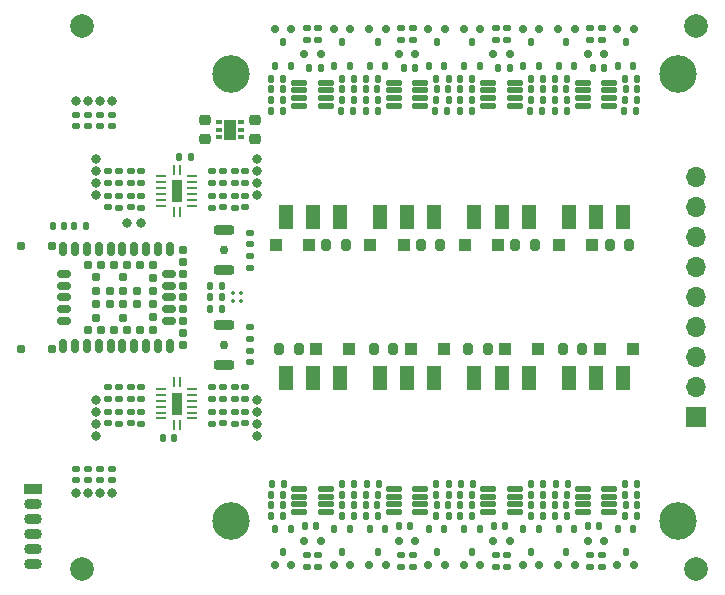
<source format=gts>
G04 #@! TF.GenerationSoftware,KiCad,Pcbnew,8.0.8*
G04 #@! TF.CreationDate,2025-03-06T21:47:20+01:00*
G04 #@! TF.ProjectId,8-Cell Balancer,382d4365-6c6c-4204-9261-6c616e636572,rev?*
G04 #@! TF.SameCoordinates,Original*
G04 #@! TF.FileFunction,Soldermask,Top*
G04 #@! TF.FilePolarity,Negative*
%FSLAX46Y46*%
G04 Gerber Fmt 4.6, Leading zero omitted, Abs format (unit mm)*
G04 Created by KiCad (PCBNEW 8.0.8) date 2025-03-06 21:47:20*
%MOMM*%
%LPD*%
G01*
G04 APERTURE LIST*
G04 Aperture macros list*
%AMRoundRect*
0 Rectangle with rounded corners*
0 $1 Rounding radius*
0 $2 $3 $4 $5 $6 $7 $8 $9 X,Y pos of 4 corners*
0 Add a 4 corners polygon primitive as box body*
4,1,4,$2,$3,$4,$5,$6,$7,$8,$9,$2,$3,0*
0 Add four circle primitives for the rounded corners*
1,1,$1+$1,$2,$3*
1,1,$1+$1,$4,$5*
1,1,$1+$1,$6,$7*
1,1,$1+$1,$8,$9*
0 Add four rect primitives between the rounded corners*
20,1,$1+$1,$2,$3,$4,$5,0*
20,1,$1+$1,$4,$5,$6,$7,0*
20,1,$1+$1,$6,$7,$8,$9,0*
20,1,$1+$1,$8,$9,$2,$3,0*%
G04 Aperture macros list end*
%ADD10C,2.000000*%
%ADD11RoundRect,0.060000X-0.060000X-0.390000X0.060000X-0.390000X0.060000X0.390000X-0.060000X0.390000X0*%
%ADD12RoundRect,0.060000X-0.390000X0.060000X-0.390000X-0.060000X0.390000X-0.060000X0.390000X0.060000X0*%
%ADD13RoundRect,0.060000X0.060000X0.390000X-0.060000X0.390000X-0.060000X-0.390000X0.060000X-0.390000X0*%
%ADD14RoundRect,0.060000X0.390000X-0.060000X0.390000X0.060000X-0.390000X0.060000X-0.390000X-0.060000X0*%
%ADD15R,0.900000X1.900000*%
%ADD16R,1.700000X1.700000*%
%ADD17O,1.700000X1.700000*%
%ADD18RoundRect,0.080000X-0.080000X-0.080000X0.080000X-0.080000X0.080000X0.080000X-0.080000X0.080000X0*%
%ADD19RoundRect,0.140000X-0.140000X-0.170000X0.140000X-0.170000X0.140000X0.170000X-0.140000X0.170000X0*%
%ADD20RoundRect,0.150000X0.150000X0.200000X-0.150000X0.200000X-0.150000X-0.200000X0.150000X-0.200000X0*%
%ADD21RoundRect,0.135000X-0.185000X0.135000X-0.185000X-0.135000X0.185000X-0.135000X0.185000X0.135000X0*%
%ADD22RoundRect,0.150000X-0.150000X-0.200000X0.150000X-0.200000X0.150000X0.200000X-0.150000X0.200000X0*%
%ADD23RoundRect,0.112500X-0.112500X-0.237500X0.112500X-0.237500X0.112500X0.237500X-0.112500X0.237500X0*%
%ADD24RoundRect,0.135000X0.185000X-0.135000X0.185000X0.135000X-0.185000X0.135000X-0.185000X-0.135000X0*%
%ADD25RoundRect,0.200000X0.200000X0.275000X-0.200000X0.275000X-0.200000X-0.275000X0.200000X-0.275000X0*%
%ADD26RoundRect,0.112500X0.112500X0.237500X-0.112500X0.237500X-0.112500X-0.237500X0.112500X-0.237500X0*%
%ADD27RoundRect,0.140000X-0.170000X0.140000X-0.170000X-0.140000X0.170000X-0.140000X0.170000X0.140000X0*%
%ADD28RoundRect,0.135000X-0.135000X-0.185000X0.135000X-0.185000X0.135000X0.185000X-0.135000X0.185000X0*%
%ADD29RoundRect,0.140000X0.170000X-0.140000X0.170000X0.140000X-0.170000X0.140000X-0.170000X-0.140000X0*%
%ADD30C,0.800000*%
%ADD31RoundRect,0.250000X-0.300000X-0.300000X0.300000X-0.300000X0.300000X0.300000X-0.300000X0.300000X0*%
%ADD32RoundRect,0.135000X0.135000X0.185000X-0.135000X0.185000X-0.135000X-0.185000X0.135000X-0.185000X0*%
%ADD33C,0.750000*%
%ADD34RoundRect,0.200000X0.650000X-0.200000X0.650000X0.200000X-0.650000X0.200000X-0.650000X-0.200000X0*%
%ADD35RoundRect,0.200000X-0.650000X0.200000X-0.650000X-0.200000X0.650000X-0.200000X0.650000X0.200000X0*%
%ADD36RoundRect,0.140000X0.140000X0.170000X-0.140000X0.170000X-0.140000X-0.170000X0.140000X-0.170000X0*%
%ADD37RoundRect,0.200000X-0.200000X-0.275000X0.200000X-0.275000X0.200000X0.275000X-0.200000X0.275000X0*%
%ADD38RoundRect,0.125000X0.537500X0.125000X-0.537500X0.125000X-0.537500X-0.125000X0.537500X-0.125000X0*%
%ADD39R,1.500000X0.910000*%
%ADD40O,1.500000X0.910000*%
%ADD41C,3.180000*%
%ADD42RoundRect,0.250000X0.300000X0.300000X-0.300000X0.300000X-0.300000X-0.300000X0.300000X-0.300000X0*%
%ADD43R,1.200000X2.000000*%
%ADD44RoundRect,0.125000X-0.537500X-0.125000X0.537500X-0.125000X0.537500X0.125000X-0.537500X0.125000X0*%
%ADD45RoundRect,0.225000X-0.250000X0.225000X-0.250000X-0.225000X0.250000X-0.225000X0.250000X0.225000X0*%
%ADD46R,0.525000X0.350000*%
%ADD47R,1.010000X1.700000*%
%ADD48RoundRect,0.175000X-0.175000X0.400000X-0.175000X-0.400000X0.175000X-0.400000X0.175000X0.400000X0*%
%ADD49RoundRect,0.175000X-0.400000X-0.175000X0.400000X-0.175000X0.400000X0.175000X-0.400000X0.175000X0*%
%ADD50RoundRect,0.175000X-0.175000X0.175000X-0.175000X-0.175000X0.175000X-0.175000X0.175000X0.175000X0*%
G04 APERTURE END LIST*
D10*
X-24000000Y-23000000D03*
X28000000Y-23000000D03*
X28000000Y23000000D03*
X-24000000Y23000000D03*
D11*
X-16250000Y10800000D03*
D12*
X-17300000Y10250000D03*
X-17300000Y9750000D03*
X-17300000Y9250000D03*
X-17300000Y8750000D03*
X-17300000Y8250000D03*
X-17300000Y7750000D03*
D13*
X-16250000Y7200000D03*
X-15750000Y7200000D03*
D14*
X-14700000Y7750000D03*
X-14700000Y8250000D03*
X-14700000Y8750000D03*
X-14700000Y9250000D03*
X-14700000Y9750000D03*
X-14700000Y10250000D03*
D11*
X-15750000Y10800000D03*
D15*
X-16000000Y9000000D03*
D13*
X-15750000Y-10800000D03*
D14*
X-14700000Y-10250000D03*
X-14700000Y-9750000D03*
X-14700000Y-9250000D03*
X-14700000Y-8750000D03*
X-14700000Y-8250000D03*
X-14700000Y-7750000D03*
D11*
X-15750000Y-7200000D03*
X-16250000Y-7200000D03*
D12*
X-17300000Y-7750000D03*
X-17300000Y-8250000D03*
X-17300000Y-8750000D03*
X-17300000Y-9250000D03*
X-17300000Y-9750000D03*
X-17300000Y-10250000D03*
D13*
X-16250000Y-10800000D03*
D15*
X-16000000Y-9000000D03*
D16*
X28000000Y-10160000D03*
D17*
X28000000Y-7620000D03*
X28000000Y-5080000D03*
X28000000Y-2540000D03*
X28000000Y0D03*
X28000000Y2540000D03*
X28000000Y5080000D03*
X28000000Y7620000D03*
X28000000Y10160000D03*
D18*
X-11230000Y330000D03*
X-11230000Y-330000D03*
X-10570000Y-330000D03*
X-10570000Y330000D03*
D19*
X16020000Y-17600000D03*
X16980000Y-17600000D03*
D20*
X16300000Y-22700000D03*
X17700000Y-22700000D03*
D19*
X18820000Y-19400000D03*
X19780000Y-19400000D03*
D21*
X-11100000Y10710000D03*
X-11100000Y9690000D03*
D22*
X17700000Y22700000D03*
X16300000Y22700000D03*
D23*
X-2650000Y19600000D03*
X-1350000Y19600000D03*
X-2000000Y21600000D03*
D24*
X-13000000Y-8610000D03*
X-13000000Y-7590000D03*
D25*
X22325000Y4400000D03*
X20675000Y4400000D03*
D24*
X-13000000Y-10710000D03*
X-13000000Y-9690000D03*
D26*
X14649999Y-19600000D03*
X13349999Y-19600000D03*
X13999999Y-21600000D03*
D27*
X-9800000Y-4520000D03*
X-9800000Y-5480000D03*
D28*
X7990000Y18500000D03*
X9010000Y18500000D03*
D24*
X11000000Y-22810000D03*
X11000000Y-21790000D03*
D25*
X6325000Y4400000D03*
X4675000Y4400000D03*
D21*
X20000000Y22810000D03*
X20000000Y21790000D03*
D29*
X-23500000Y14520000D03*
X-23500000Y15480000D03*
D30*
X-9200000Y10700000D03*
D20*
X18800000Y20600000D03*
X20200000Y20600000D03*
D24*
X-11100000Y-8610000D03*
X-11100000Y-7590000D03*
D21*
X19999999Y-21790000D03*
X19999999Y-22810000D03*
D30*
X-19000000Y6300000D03*
D29*
X-19900000Y-8580000D03*
X-19900000Y-7620000D03*
D19*
X8020000Y-17600000D03*
X8980000Y-17600000D03*
D26*
X-6350000Y-19600000D03*
X-7650000Y-19600000D03*
X-7000000Y-21600000D03*
D21*
X-19000000Y10710000D03*
X-19000000Y9690000D03*
D31*
X19800000Y-4400000D03*
X22600000Y-4400000D03*
D20*
X-2700001Y-22700000D03*
X-1300001Y-22700000D03*
D22*
X6700000Y22700000D03*
X5300000Y22700000D03*
D32*
X-6990000Y16700000D03*
X-8010000Y16700000D03*
D21*
X-4000001Y-21790000D03*
X-4000001Y-22810000D03*
D26*
X17650000Y-19600000D03*
X16350000Y-19600000D03*
X17000000Y-21600000D03*
D29*
X-21500000Y14520000D03*
X-21500000Y15480000D03*
D32*
X14910000Y15800000D03*
X13890000Y15800000D03*
X23009999Y-18500000D03*
X21989999Y-18500000D03*
D33*
X-12000000Y-4000000D03*
D34*
X-12000000Y-5700000D03*
D35*
X-12000000Y-2300000D03*
D36*
X-1020000Y17600000D03*
X-1980000Y17600000D03*
D27*
X-12100000Y10680000D03*
X-12100000Y9720000D03*
D30*
X-22800000Y8700000D03*
X-22800000Y-11700000D03*
D19*
X16020000Y17600000D03*
X16980000Y17600000D03*
D21*
X4000000Y22810000D03*
X4000000Y21790000D03*
D37*
X8675001Y-4400000D03*
X10325001Y-4400000D03*
D32*
X15009999Y-15800000D03*
X13989999Y-15800000D03*
D27*
X-22500000Y-14520000D03*
X-22500000Y-15480000D03*
D29*
X-9800000Y4520000D03*
X-9800000Y5480000D03*
D37*
X-7324999Y-4400000D03*
X-5674999Y-4400000D03*
D20*
X-5200000Y20600000D03*
X-3800000Y20600000D03*
D22*
X12200000Y-20600000D03*
X10800000Y-20600000D03*
D29*
X-10200000Y-10680000D03*
X-10200000Y-9720000D03*
D36*
X6979999Y-17600000D03*
X6019999Y-17600000D03*
D38*
X20637500Y-18175000D03*
X20637500Y-17525000D03*
X20637500Y-16875000D03*
X20637500Y-16225000D03*
X18362500Y-16225000D03*
X18362500Y-16875000D03*
X18362500Y-17525000D03*
X18362500Y-18175000D03*
D27*
X-12100000Y8580000D03*
X-12100000Y7620000D03*
D36*
X-1020001Y-17600000D03*
X-1980001Y-17600000D03*
D20*
X5299999Y-22700000D03*
X6699999Y-22700000D03*
D38*
X4637500Y-18175000D03*
X4637500Y-17525000D03*
X4637500Y-16875000D03*
X4637500Y-16225000D03*
X2362500Y-16225000D03*
X2362500Y-16875000D03*
X2362500Y-17525000D03*
X2362500Y-18175000D03*
D30*
X-22800000Y9700000D03*
D22*
X-3800000Y-20600000D03*
X-5200000Y-20600000D03*
D27*
X-21500000Y-14520000D03*
X-21500000Y-15480000D03*
D28*
X-8010000Y-18500000D03*
X-6990000Y-18500000D03*
D20*
X13299999Y-22700000D03*
X14699999Y-22700000D03*
D22*
X9700000Y22700000D03*
X8300000Y22700000D03*
D39*
X-28200000Y-16225000D03*
D40*
X-28200000Y-17495000D03*
X-28200000Y-18765000D03*
X-28200000Y-20035000D03*
X-28200000Y-21305000D03*
X-28200000Y-22575000D03*
D32*
X-990001Y-15800000D03*
X-2010001Y-15800000D03*
D30*
X-9200000Y8700000D03*
D22*
X4200000Y-20600000D03*
X2800000Y-20600000D03*
D32*
X-990000Y16700000D03*
X-2010000Y16700000D03*
D19*
X-7980000Y-17600000D03*
X-7020000Y-17600000D03*
D24*
X11000000Y21790000D03*
X11000000Y22810000D03*
D28*
X-8010000Y15800000D03*
X-6990000Y15800000D03*
D32*
X7010000Y18500000D03*
X5990000Y18500000D03*
D19*
X10820000Y-19400000D03*
X11780000Y-19400000D03*
D28*
X-10000Y-16700000D03*
X1010000Y-16700000D03*
D21*
X11999999Y-21790000D03*
X11999999Y-22810000D03*
D24*
X-5000000Y-22810000D03*
X-5000000Y-21790000D03*
D27*
X-10200000Y10680000D03*
X-10200000Y9720000D03*
D26*
X1650000Y-19600000D03*
X350000Y-19600000D03*
X1000000Y-21600000D03*
D41*
X-11430000Y-18930000D03*
X26430000Y18930000D03*
D24*
X-19000000Y-10710000D03*
X-19000000Y-9690000D03*
D23*
X5350000Y19600000D03*
X6650000Y19600000D03*
X6000000Y21600000D03*
D32*
X-990001Y-18500000D03*
X-2010001Y-18500000D03*
D21*
X-4000000Y22810000D03*
X-4000000Y21790000D03*
D32*
X17010000Y16700000D03*
X15990000Y16700000D03*
D30*
X-22800000Y-8700000D03*
X-22800000Y-10700000D03*
D42*
X3200000Y4400000D03*
X400000Y4400000D03*
D32*
X15010000Y16700000D03*
X13990000Y16700000D03*
D30*
X-9200000Y-8700000D03*
D24*
X-11100000Y-10710000D03*
X-11100000Y-9690000D03*
D42*
X11200000Y4400000D03*
X8400000Y4400000D03*
D43*
X1210000Y-6800000D03*
X3500000Y-6800000D03*
X5790000Y-6800000D03*
D44*
X18362500Y18175000D03*
X18362500Y17525000D03*
X18362500Y16875000D03*
X18362500Y16225000D03*
X20637500Y16225000D03*
X20637500Y16875000D03*
X20637500Y17525000D03*
X20637500Y18175000D03*
D28*
X5989999Y-16700000D03*
X7009999Y-16700000D03*
D26*
X22649999Y-19600000D03*
X21349999Y-19600000D03*
X21999999Y-21600000D03*
D28*
X7990000Y-16700000D03*
X9010000Y-16700000D03*
D31*
X11800000Y-4400000D03*
X14600000Y-4400000D03*
D32*
X23010000Y18500000D03*
X21990000Y18500000D03*
D27*
X-19900000Y8580000D03*
X-19900000Y7620000D03*
D21*
X-9800000Y-2490000D03*
X-9800000Y-3510000D03*
D30*
X-24500000Y-16600000D03*
X-23500000Y16600000D03*
D25*
X-1675000Y4400000D03*
X-3325000Y4400000D03*
D28*
X15990000Y-16700000D03*
X17010000Y-16700000D03*
D21*
X3999999Y-21790000D03*
X3999999Y-22810000D03*
D28*
X21989999Y-16700000D03*
X23009999Y-16700000D03*
D23*
X350000Y19600000D03*
X1650000Y19600000D03*
X1000000Y21600000D03*
D29*
X-21800000Y-10680000D03*
X-21800000Y-9720000D03*
D32*
X7009999Y-15800000D03*
X5989999Y-15800000D03*
D30*
X-22500000Y16600000D03*
D22*
X-1300000Y22700000D03*
X-2700000Y22700000D03*
D30*
X-9200000Y9700000D03*
D19*
X20000Y-17600000D03*
X980000Y-17600000D03*
D32*
X-12190000Y1000000D03*
X-13210000Y1000000D03*
D30*
X-21500000Y16600000D03*
D36*
X22980000Y17600000D03*
X22020000Y17600000D03*
D20*
X300000Y-22700000D03*
X1700000Y-22700000D03*
D28*
X8090000Y-15800000D03*
X9110000Y-15800000D03*
D27*
X-19900000Y10680000D03*
X-19900000Y9720000D03*
D28*
X90000Y-15800000D03*
X1110000Y-15800000D03*
X15990000Y15800000D03*
X17010000Y15800000D03*
X-10000Y-18500000D03*
X1010000Y-18500000D03*
D27*
X-24500000Y-14520000D03*
X-24500000Y-15480000D03*
D22*
X-6300000Y22700000D03*
X-7700000Y22700000D03*
D23*
X21350000Y19600000D03*
X22650000Y19600000D03*
X22000000Y21600000D03*
D44*
X-5637500Y18175000D03*
X-5637500Y17525000D03*
X-5637500Y16875000D03*
X-5637500Y16225000D03*
X-3362500Y16225000D03*
X-3362500Y16875000D03*
X-3362500Y17525000D03*
X-3362500Y18175000D03*
D27*
X-23500000Y-14520000D03*
X-23500000Y-15480000D03*
D19*
X2820000Y-19400000D03*
X3780000Y-19400000D03*
D28*
X-7910000Y-15800000D03*
X-6890000Y-15800000D03*
D22*
X14700000Y22700000D03*
X13300000Y22700000D03*
D28*
X13989999Y-16700000D03*
X15009999Y-16700000D03*
D30*
X-23500000Y-16600000D03*
D24*
X-20900000Y-8610000D03*
X-20900000Y-7590000D03*
X-9800000Y2490000D03*
X-9800000Y3510000D03*
D21*
X-20900000Y10710000D03*
X-20900000Y9690000D03*
D32*
X23009999Y-15800000D03*
X21989999Y-15800000D03*
D28*
X7990000Y-18500000D03*
X9010000Y-18500000D03*
D32*
X1010000Y16700000D03*
X-10000Y16700000D03*
D36*
X4180000Y19400000D03*
X3220000Y19400000D03*
D26*
X-1350001Y-19600000D03*
X-2650001Y-19600000D03*
X-2000001Y-21600000D03*
D21*
X-19000000Y8610000D03*
X-19000000Y7590000D03*
D20*
X10800000Y20600000D03*
X12200000Y20600000D03*
D24*
X3000000Y-22810000D03*
X3000000Y-21790000D03*
D28*
X15990000Y18500000D03*
X17010000Y18500000D03*
X15990000Y-18500000D03*
X17010000Y-18500000D03*
D29*
X-19900000Y-10680000D03*
X-19900000Y-9720000D03*
D32*
X7009999Y-18500000D03*
X5989999Y-18500000D03*
D30*
X-22800000Y10700000D03*
D28*
X16090000Y-15800000D03*
X17110000Y-15800000D03*
D30*
X-21500000Y-16600000D03*
D43*
X5790000Y6800000D03*
X3500000Y6800000D03*
X1210000Y6800000D03*
D36*
X6980000Y17600000D03*
X6020000Y17600000D03*
D30*
X-22800000Y-9700000D03*
D32*
X-12190000Y-1000000D03*
X-13210000Y-1000000D03*
D30*
X-9200000Y11700000D03*
D45*
X-13600000Y14975000D03*
X-13600000Y13425000D03*
D28*
X-10000Y18500000D03*
X1010000Y18500000D03*
D43*
X-6790000Y-6800000D03*
X-4500000Y-6800000D03*
X-2210000Y-6800000D03*
D44*
X10362500Y18175000D03*
X10362500Y17525000D03*
X10362500Y16875000D03*
X10362500Y16225000D03*
X12637500Y16225000D03*
X12637500Y16875000D03*
X12637500Y17525000D03*
X12637500Y18175000D03*
D24*
X3000000Y21790000D03*
X3000000Y22810000D03*
D30*
X-9200000Y-11700000D03*
D21*
X-13000000Y8610000D03*
X-13000000Y7590000D03*
D32*
X23010000Y16700000D03*
X21990000Y16700000D03*
D36*
X22979999Y-17600000D03*
X22019999Y-17600000D03*
D19*
X-24680000Y6000000D03*
X-23720000Y6000000D03*
X8020000Y17600000D03*
X8980000Y17600000D03*
D27*
X-10200000Y8580000D03*
X-10200000Y7620000D03*
D32*
X-12190000Y0D03*
X-13210000Y0D03*
D30*
X-9200000Y-10700000D03*
D44*
X2362500Y18175000D03*
X2362500Y17525000D03*
X2362500Y16875000D03*
X2362500Y16225000D03*
X4637500Y16225000D03*
X4637500Y16875000D03*
X4637500Y17525000D03*
X4637500Y18175000D03*
D28*
X-2010001Y-16700000D03*
X-990001Y-16700000D03*
D19*
X-15780000Y11900000D03*
X-14820000Y11900000D03*
D38*
X-3362500Y-18175000D03*
X-3362500Y-17525000D03*
X-3362500Y-16875000D03*
X-3362500Y-16225000D03*
X-5637500Y-16225000D03*
X-5637500Y-16875000D03*
X-5637500Y-17525000D03*
X-5637500Y-18175000D03*
D28*
X-8010000Y-16700000D03*
X-6990000Y-16700000D03*
D43*
X13790000Y6800000D03*
X11500000Y6800000D03*
X9210000Y6800000D03*
D20*
X8300000Y-22700000D03*
X9700000Y-22700000D03*
D21*
X-13000000Y10710000D03*
X-13000000Y9690000D03*
D26*
X6649999Y-19600000D03*
X5349999Y-19600000D03*
X5999999Y-21600000D03*
D32*
X-1090000Y15800000D03*
X-2110000Y15800000D03*
D29*
X-10200000Y-8580000D03*
X-10200000Y-7620000D03*
D20*
X-7700000Y-22700000D03*
X-6300000Y-22700000D03*
D27*
X-21800000Y10680000D03*
X-21800000Y9720000D03*
D36*
X14979999Y-17600000D03*
X14019999Y-17600000D03*
D32*
X15009999Y-18500000D03*
X13989999Y-18500000D03*
D36*
X14980000Y17600000D03*
X14020000Y17600000D03*
D28*
X-8010000Y18500000D03*
X-6990000Y18500000D03*
D19*
X-5180000Y-19400000D03*
X-4220000Y-19400000D03*
D23*
X13350000Y19600000D03*
X14650000Y19600000D03*
X14000000Y21600000D03*
D32*
X22910000Y15800000D03*
X21890000Y15800000D03*
D19*
X-7980000Y17600000D03*
X-7020000Y17600000D03*
D24*
X-19000000Y-8610000D03*
X-19000000Y-7590000D03*
D25*
X14325000Y4400000D03*
X12675000Y4400000D03*
D24*
X-20900000Y-10710000D03*
X-20900000Y-9690000D03*
D36*
X20180000Y19400000D03*
X19220000Y19400000D03*
D19*
X20000Y17600000D03*
X980000Y17600000D03*
D29*
X-24500000Y14520000D03*
X-24500000Y15480000D03*
X-12100000Y-8580000D03*
X-12100000Y-7620000D03*
D30*
X-24500000Y16600000D03*
D23*
X8350000Y19600000D03*
X9650000Y19600000D03*
X9000000Y21600000D03*
D32*
X6910000Y15800000D03*
X5890000Y15800000D03*
D21*
X-20900000Y8610000D03*
X-20900000Y7590000D03*
X12000000Y22810000D03*
X12000000Y21790000D03*
D36*
X12180000Y19400000D03*
X11220000Y19400000D03*
D24*
X19000000Y21790000D03*
X19000000Y22810000D03*
D32*
X15010000Y18500000D03*
X13990000Y18500000D03*
D22*
X20200000Y-20600000D03*
X18800000Y-20600000D03*
D45*
X-9400000Y14975000D03*
X-9400000Y13425000D03*
D28*
X-10000Y15800000D03*
X1010000Y15800000D03*
D30*
X-22500000Y-16600000D03*
D36*
X-16220000Y-11900000D03*
X-17180000Y-11900000D03*
D30*
X-22800000Y11700000D03*
D29*
X-22500000Y14520000D03*
X-22500000Y15480000D03*
D28*
X7990000Y15800000D03*
X9010000Y15800000D03*
D21*
X-11100000Y8610000D03*
X-11100000Y7590000D03*
D37*
X675001Y-4400000D03*
X2325001Y-4400000D03*
D32*
X9010000Y16700000D03*
X7990000Y16700000D03*
D37*
X16675001Y-4400000D03*
X18325001Y-4400000D03*
D23*
X16350000Y19600000D03*
X17650000Y19600000D03*
X17000000Y21600000D03*
D43*
X17210000Y-6800000D03*
X19500000Y-6800000D03*
X21790000Y-6800000D03*
D36*
X-25520000Y6000000D03*
X-26480000Y6000000D03*
D46*
X-12437500Y14850000D03*
X-12437500Y14200000D03*
X-12437500Y13550000D03*
X-10562500Y13550000D03*
X-10562500Y14200000D03*
X-10562500Y14850000D03*
D47*
X-11500000Y14200000D03*
D48*
X-16600000Y4125000D03*
X-17600000Y4125000D03*
X-18600000Y4125000D03*
X-19600000Y4125000D03*
X-20600000Y4125000D03*
X-21600000Y4125000D03*
X-22600000Y4125000D03*
X-23600000Y4125000D03*
X-24600000Y4125000D03*
X-25600000Y4125000D03*
D49*
X-25525000Y2000000D03*
X-25525000Y1000000D03*
X-25525000Y0D03*
X-25525000Y-1000000D03*
X-25525000Y-2000000D03*
D48*
X-25600000Y-4125000D03*
X-24600000Y-4125000D03*
X-23600000Y-4125000D03*
X-22600000Y-4125000D03*
X-21600000Y-4125000D03*
X-20600000Y-4125000D03*
X-19600000Y-4125000D03*
X-18600000Y-4125000D03*
X-17600000Y-4125000D03*
X-16600000Y-4125000D03*
D49*
X-16675000Y-2000000D03*
X-16675000Y-1000000D03*
X-16675000Y0D03*
X-16675000Y1000000D03*
X-16675000Y2000000D03*
D50*
X-18050000Y2750000D03*
X-19150000Y2750000D03*
X-20250000Y2750000D03*
X-21350000Y2750000D03*
X-22450000Y2750000D03*
X-23550000Y2750000D03*
X-23550000Y-2750000D03*
X-22450000Y-2750000D03*
X-21350000Y-2750000D03*
X-20250000Y-2750000D03*
X-19150000Y-2750000D03*
X-18050000Y-2750000D03*
X-18050000Y-1650000D03*
X-18050000Y-550000D03*
X-18050000Y550000D03*
X-18050000Y1650000D03*
X-15450000Y-4000000D03*
X-15450000Y-3000000D03*
X-15450000Y-2000000D03*
X-15450000Y-1000000D03*
X-15450000Y0D03*
X-15450000Y1000000D03*
X-15450000Y2000000D03*
X-15450000Y3000000D03*
X-15450000Y4000000D03*
X-26600000Y4350000D03*
X-29150000Y4350000D03*
X-26600000Y-4350000D03*
X-29150000Y-4350000D03*
X-20525000Y1725000D03*
X-22825000Y1725000D03*
X-19375000Y575000D03*
X-20525000Y575000D03*
X-21675000Y575000D03*
X-22825000Y575000D03*
X-19375000Y-575000D03*
X-20525000Y-575000D03*
X-21675000Y-575000D03*
X-22825000Y-575000D03*
X-20525000Y-1725000D03*
X-22825000Y-1725000D03*
D33*
X-12000000Y4000000D03*
D35*
X-12000000Y5700000D03*
D34*
X-12000000Y2300000D03*
D26*
X9650000Y-19600000D03*
X8350000Y-19600000D03*
X9000000Y-21600000D03*
D27*
X-21800000Y8580000D03*
X-21800000Y7620000D03*
D22*
X1700000Y22700000D03*
X300000Y22700000D03*
D42*
X19200000Y4400000D03*
X16400000Y4400000D03*
D31*
X3800000Y-4400000D03*
X6600000Y-4400000D03*
D22*
X22700000Y22700000D03*
X21300000Y22700000D03*
D42*
X-4800000Y4400000D03*
X-7600000Y4400000D03*
D24*
X-5000000Y21790000D03*
X-5000000Y22810000D03*
D30*
X-20200000Y6300000D03*
D20*
X2800000Y20600000D03*
X4200000Y20600000D03*
D29*
X-12100000Y-10680000D03*
X-12100000Y-9720000D03*
D30*
X-9200000Y-9700000D03*
D43*
X-2210000Y6800000D03*
X-4500000Y6800000D03*
X-6790000Y6800000D03*
D32*
X7010000Y16700000D03*
X5990000Y16700000D03*
D43*
X21790000Y6800000D03*
X19500000Y6800000D03*
X17210000Y6800000D03*
D31*
X-4200000Y-4400000D03*
X-1400000Y-4400000D03*
D38*
X12637500Y-18175000D03*
X12637500Y-17525000D03*
X12637500Y-16875000D03*
X12637500Y-16225000D03*
X10362500Y-16225000D03*
X10362500Y-16875000D03*
X10362500Y-17525000D03*
X10362500Y-18175000D03*
D23*
X-7650000Y19600000D03*
X-6350000Y19600000D03*
X-7000000Y21600000D03*
D36*
X-3820000Y19400000D03*
X-4780000Y19400000D03*
D29*
X-21800000Y-8580000D03*
X-21800000Y-7620000D03*
D32*
X-990000Y18500000D03*
X-2010000Y18500000D03*
D43*
X9210000Y-6800000D03*
X11500000Y-6800000D03*
X13790000Y-6800000D03*
D24*
X19000000Y-22810000D03*
X19000000Y-21790000D03*
D20*
X21299999Y-22700000D03*
X22699999Y-22700000D03*
D41*
X26430000Y-18930000D03*
X-11430000Y18930000D03*
M02*

</source>
